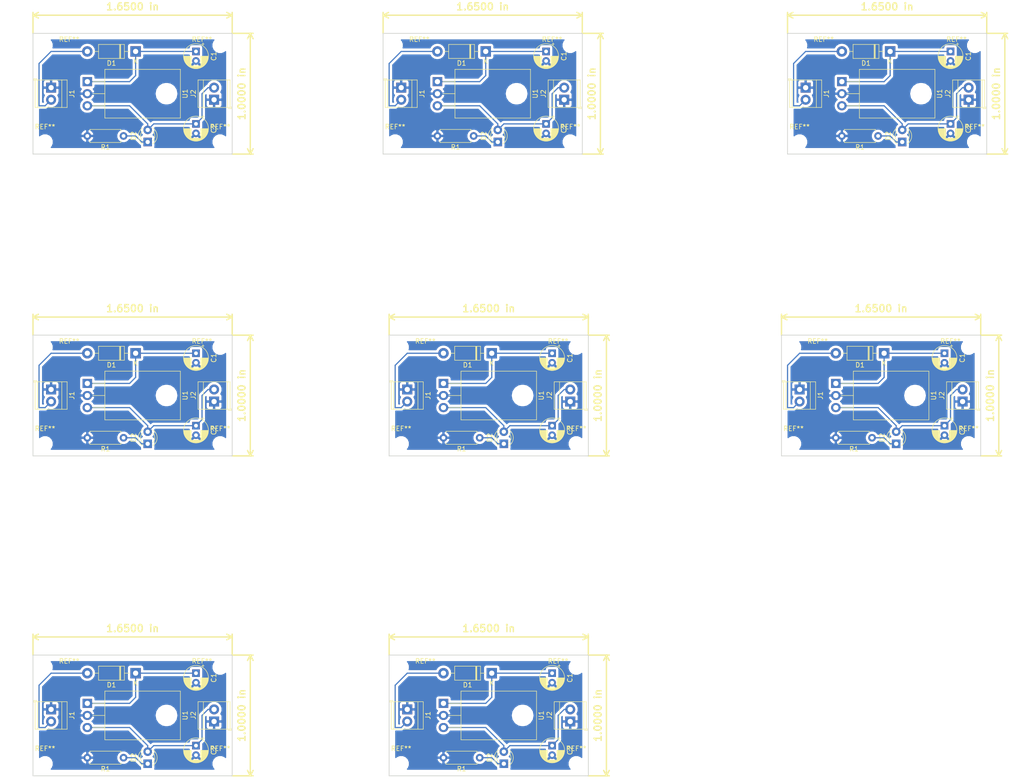
<source format=kicad_pcb>
(kicad_pcb (version 20171130) (host pcbnew 5.0.2+dfsg1-1)
  (layers (0 F.Cu signal) (31 B.Cu signal) (34 B.Paste user) (35 F.Paste user) (36 B.SilkS user) (37 F.SilkS user) (38 B.Mask user) (39 F.Mask user) (44 Edge.Cuts user))
  (net 0 "")
  (net 1 "Net-(C1-Pad1)")
  (net 2 GND)
  (net 3 "Net-(D2-Pad1)")
  (net 4 +5V)
  (net 5 +12V)
  (module Diode_THT:D_DO-41_SOD81_P10.16mm_Horizontal (layer F.Cu) (at 121.92 160.02 180)
    (fp_text reference D1 (at 5.08 -2.47 180) (layer F.SilkS))
    (fp_text value 1N4007)
    (fp_text user K (at 0 -2.1 180) (layer F.SilkS))
    (pad 2 thru_hole oval (at 10.16 0 180) (size 2.2 2.2) (drill 1.1) (layers *.Cu *.Mask))
    (pad 1 thru_hole rect (at 0 0 180) (size 2.2 2.2) (drill 1.1) (layers *.Cu *.Mask))
  )
  (module LED_THT:LED_D3.0mm (layer F.Cu) (at 124.46 179.07 90)
    (fp_text reference D2 (at 1.27 -2.96 90) (layer F.SilkS))
    (fp_text value LED)
    (pad 2 thru_hole circle (at 2.54 0 90) (size 1.8 1.8) (drill 0.9) (layers *.Cu *.Mask))
    (pad 1 thru_hole rect (at 0 0 90) (size 1.8 1.8) (drill 0.9) (layers *.Cu *.Mask))
  )
  (module Capacitor_THT:CP_Radial_D5.0mm_P2.00mm (layer F.Cu) (at 134.62 175.26 270)
    (fp_text reference C2 (at 1 -3.75 270) (layer F.SilkS))
    (fp_text value 10nF)
    (pad 1 thru_hole rect (at 0 0 270) (size 1.6 1.6) (drill 0.8) (layers *.Cu *.Mask))
    (pad 2 thru_hole circle (at 2 0 270) (size 1.6 1.6) (drill 0.8) (layers *.Cu *.Mask))
  )
  (module Capacitor_THT:CP_Radial_D5.0mm_P2.00mm (layer F.Cu) (at 134.62 160.02 270)
    (fp_text reference C1 (at 1 -3.75 270) (layer F.SilkS))
    (fp_text value 220uF)
    (pad 2 thru_hole circle (at 2 0 270) (size 1.6 1.6) (drill 0.8) (layers *.Cu *.Mask))
    (pad 1 thru_hole rect (at 0 0 270) (size 1.6 1.6) (drill 0.8) (layers *.Cu *.Mask))
  )
  (module TerminalBlock_TE-Connectivity:TerminalBlock_TE_282834-2_1x02_P2.54mm_Horizontal (layer F.Cu) (at 104.14 167.64 270)
    (fp_text reference J1 (at 1.27 -4.37 270) (layer F.SilkS))
    (fp_text value Screw_Terminal_01x02)
    (pad 2 thru_hole circle (at 2.54 0 270) (size 2.1 2.1) (drill 1.1) (layers *.Cu *.Mask))
    (pad 1 thru_hole rect (at 0 0 270) (size 2.1 2.1) (drill 1.1) (layers *.Cu *.Mask))
  )
  (module TerminalBlock_TE-Connectivity:TerminalBlock_TE_282834-2_1x02_P2.54mm_Horizontal (layer F.Cu) (at 138.43 170.18 90)
    (fp_text reference J2 (at 1.27 -4.37 90) (layer F.SilkS))
    (fp_text value Screw_Terminal_01x02)
    (pad 1 thru_hole rect (at 0 0 90) (size 2.1 2.1) (drill 1.1) (layers *.Cu *.Mask))
    (pad 2 thru_hole circle (at 2.54 0 90) (size 2.1 2.1) (drill 1.1) (layers *.Cu *.Mask))
  )
  (module MountingHole:MountingHole_2.2mm_M2 (layer F.Cu) (at 139.7 158.75)
    (fp_text reference REF** (at -3.81 -1.27) (layer F.SilkS))
    (fp_text value MountingHole_2.2mm_M2)
    (pad 1 np_thru_hole circle (at 0 0) (size 2.2 2.2) (drill 2.2) (layers *.Cu *.Mask))
  )
  (module MountingHole:MountingHole_2.2mm_M2 (layer F.Cu) (at 102.87 158.75)
    (fp_text reference REF** (at 5.08 -1.27) (layer F.SilkS))
    (fp_text value MountingHole_2.2mm_M2)
    (pad 1 np_thru_hole circle (at 0 0) (size 2.2 2.2) (drill 2.2) (layers *.Cu *.Mask))
  )
  (module Resistor_THT:R_Axial_DIN0207_L6.3mm_D2.5mm_P7.62mm_Horizontal (layer F.Cu) (at 119.38 177.8 180)
    (fp_text reference R1 (at 3.81 -2.37 180) (layer F.SilkS))
    (fp_text value 220)
    (pad 2 thru_hole oval (at 7.62 0 180) (size 1.6 1.6) (drill 0.8) (layers *.Cu *.Mask))
    (pad 1 thru_hole circle (at 0 0 180) (size 1.6 1.6) (drill 0.8) (layers *.Cu *.Mask))
  )
  (module MountingHole:MountingHole_2.2mm_M2 (layer F.Cu) (at 102.87 179.07)
    (fp_text reference REF** (at 0 -3.2) (layer F.SilkS))
    (fp_text value MountingHole_2.2mm_M2)
    (pad 1 np_thru_hole circle (at 0 0) (size 2.2 2.2) (drill 2.2) (layers *.Cu *.Mask))
  )
  (module Package_TO_SOT_THT:TO-220-3_Horizontal_TabDown (layer F.Cu) (at 111.76 166.37 270)
    (fp_text reference U1 (at 2.54 -20.58 270) (layer F.SilkS))
    (fp_text value LM7805_TO220)
    (pad 3 thru_hole oval (at 5.08 0 270) (size 1.905 2) (drill 1.1) (layers *.Cu *.Mask))
    (pad 2 thru_hole oval (at 2.54 0 270) (size 1.905 2) (drill 1.1) (layers *.Cu *.Mask))
    (pad 1 thru_hole rect (at 0 0 270) (size 1.905 2) (drill 1.1) (layers *.Cu *.Mask))
    (pad "" np_thru_hole oval (at 2.54 -16.66 270) (size 3.5 3.5) (drill 3.5) (layers *.Cu *.Mask))
  )
  (module MountingHole:MountingHole_2.2mm_M2 (layer F.Cu) (at 139.7 179.07)
    (fp_text reference REF** (at 0 -3.2) (layer F.SilkS))
    (fp_text value MountingHole_2.2mm_M2)
    (pad 1 np_thru_hole circle (at 0 0) (size 2.2 2.2) (drill 2.2) (layers *.Cu *.Mask))
  )
  (module Diode_THT:D_DO-41_SOD81_P10.16mm_Horizontal (layer F.Cu) (at 46.99 160.02 180)
    (fp_text reference D1 (at 5.08 -2.47 180) (layer F.SilkS))
    (fp_text value 1N4007)
    (fp_text user K (at 0 -2.1 180) (layer F.SilkS))
    (pad 2 thru_hole oval (at 10.16 0 180) (size 2.2 2.2) (drill 1.1) (layers *.Cu *.Mask))
    (pad 1 thru_hole rect (at 0 0 180) (size 2.2 2.2) (drill 1.1) (layers *.Cu *.Mask))
  )
  (module LED_THT:LED_D3.0mm (layer F.Cu) (at 49.53 179.07 90)
    (fp_text reference D2 (at 1.27 -2.96 90) (layer F.SilkS))
    (fp_text value LED)
    (pad 2 thru_hole circle (at 2.54 0 90) (size 1.8 1.8) (drill 0.9) (layers *.Cu *.Mask))
    (pad 1 thru_hole rect (at 0 0 90) (size 1.8 1.8) (drill 0.9) (layers *.Cu *.Mask))
  )
  (module Capacitor_THT:CP_Radial_D5.0mm_P2.00mm (layer F.Cu) (at 59.69 175.26 270)
    (fp_text reference C2 (at 1 -3.75 270) (layer F.SilkS))
    (fp_text value 10nF)
    (pad 1 thru_hole rect (at 0 0 270) (size 1.6 1.6) (drill 0.8) (layers *.Cu *.Mask))
    (pad 2 thru_hole circle (at 2 0 270) (size 1.6 1.6) (drill 0.8) (layers *.Cu *.Mask))
  )
  (module Capacitor_THT:CP_Radial_D5.0mm_P2.00mm (layer F.Cu) (at 59.69 160.02 270)
    (fp_text reference C1 (at 1 -3.75 270) (layer F.SilkS))
    (fp_text value 220uF)
    (pad 2 thru_hole circle (at 2 0 270) (size 1.6 1.6) (drill 0.8) (layers *.Cu *.Mask))
    (pad 1 thru_hole rect (at 0 0 270) (size 1.6 1.6) (drill 0.8) (layers *.Cu *.Mask))
  )
  (module TerminalBlock_TE-Connectivity:TerminalBlock_TE_282834-2_1x02_P2.54mm_Horizontal (layer F.Cu) (at 29.21 167.64 270)
    (fp_text reference J1 (at 1.27 -4.37 270) (layer F.SilkS))
    (fp_text value Screw_Terminal_01x02)
    (pad 2 thru_hole circle (at 2.54 0 270) (size 2.1 2.1) (drill 1.1) (layers *.Cu *.Mask))
    (pad 1 thru_hole rect (at 0 0 270) (size 2.1 2.1) (drill 1.1) (layers *.Cu *.Mask))
  )
  (module TerminalBlock_TE-Connectivity:TerminalBlock_TE_282834-2_1x02_P2.54mm_Horizontal (layer F.Cu) (at 63.5 170.18 90)
    (fp_text reference J2 (at 1.27 -4.37 90) (layer F.SilkS))
    (fp_text value Screw_Terminal_01x02)
    (pad 1 thru_hole rect (at 0 0 90) (size 2.1 2.1) (drill 1.1) (layers *.Cu *.Mask))
    (pad 2 thru_hole circle (at 2.54 0 90) (size 2.1 2.1) (drill 1.1) (layers *.Cu *.Mask))
  )
  (module MountingHole:MountingHole_2.2mm_M2 (layer F.Cu) (at 64.77 158.75)
    (fp_text reference REF** (at -3.81 -1.27) (layer F.SilkS))
    (fp_text value MountingHole_2.2mm_M2)
    (pad 1 np_thru_hole circle (at 0 0) (size 2.2 2.2) (drill 2.2) (layers *.Cu *.Mask))
  )
  (module MountingHole:MountingHole_2.2mm_M2 (layer F.Cu) (at 27.94 158.75)
    (fp_text reference REF** (at 5.08 -1.27) (layer F.SilkS))
    (fp_text value MountingHole_2.2mm_M2)
    (pad 1 np_thru_hole circle (at 0 0) (size 2.2 2.2) (drill 2.2) (layers *.Cu *.Mask))
  )
  (module Resistor_THT:R_Axial_DIN0207_L6.3mm_D2.5mm_P7.62mm_Horizontal (layer F.Cu) (at 44.45 177.8 180)
    (fp_text reference R1 (at 3.81 -2.37 180) (layer F.SilkS))
    (fp_text value 220)
    (pad 2 thru_hole oval (at 7.62 0 180) (size 1.6 1.6) (drill 0.8) (layers *.Cu *.Mask))
    (pad 1 thru_hole circle (at 0 0 180) (size 1.6 1.6) (drill 0.8) (layers *.Cu *.Mask))
  )
  (module MountingHole:MountingHole_2.2mm_M2 (layer F.Cu) (at 27.94 179.07)
    (fp_text reference REF** (at 0 -3.2) (layer F.SilkS))
    (fp_text value MountingHole_2.2mm_M2)
    (pad 1 np_thru_hole circle (at 0 0) (size 2.2 2.2) (drill 2.2) (layers *.Cu *.Mask))
  )
  (module Package_TO_SOT_THT:TO-220-3_Horizontal_TabDown (layer F.Cu) (at 36.83 166.37 270)
    (fp_text reference U1 (at 2.54 -20.58 270) (layer F.SilkS))
    (fp_text value LM7805_TO220)
    (pad 3 thru_hole oval (at 5.08 0 270) (size 1.905 2) (drill 1.1) (layers *.Cu *.Mask))
    (pad 2 thru_hole oval (at 2.54 0 270) (size 1.905 2) (drill 1.1) (layers *.Cu *.Mask))
    (pad 1 thru_hole rect (at 0 0 270) (size 1.905 2) (drill 1.1) (layers *.Cu *.Mask))
    (pad "" np_thru_hole oval (at 2.54 -16.66 270) (size 3.5 3.5) (drill 3.5) (layers *.Cu *.Mask))
  )
  (module MountingHole:MountingHole_2.2mm_M2 (layer F.Cu) (at 64.77 179.07)
    (fp_text reference REF** (at 0 -3.2) (layer F.SilkS))
    (fp_text value MountingHole_2.2mm_M2)
    (pad 1 np_thru_hole circle (at 0 0) (size 2.2 2.2) (drill 2.2) (layers *.Cu *.Mask))
  )
  (module Diode_THT:D_DO-41_SOD81_P10.16mm_Horizontal (layer F.Cu) (at 204.47 92.71 180)
    (fp_text reference D1 (at 5.08 -2.47 180) (layer F.SilkS))
    (fp_text value 1N4007)
    (fp_text user K (at 0 -2.1 180) (layer F.SilkS))
    (pad 2 thru_hole oval (at 10.16 0 180) (size 2.2 2.2) (drill 1.1) (layers *.Cu *.Mask))
    (pad 1 thru_hole rect (at 0 0 180) (size 2.2 2.2) (drill 1.1) (layers *.Cu *.Mask))
  )
  (module LED_THT:LED_D3.0mm (layer F.Cu) (at 207.01 111.76 90)
    (fp_text reference D2 (at 1.27 -2.96 90) (layer F.SilkS))
    (fp_text value LED)
    (pad 2 thru_hole circle (at 2.54 0 90) (size 1.8 1.8) (drill 0.9) (layers *.Cu *.Mask))
    (pad 1 thru_hole rect (at 0 0 90) (size 1.8 1.8) (drill 0.9) (layers *.Cu *.Mask))
  )
  (module Capacitor_THT:CP_Radial_D5.0mm_P2.00mm (layer F.Cu) (at 217.17 107.95 270)
    (fp_text reference C2 (at 1 -3.75 270) (layer F.SilkS))
    (fp_text value 10nF)
    (pad 1 thru_hole rect (at 0 0 270) (size 1.6 1.6) (drill 0.8) (layers *.Cu *.Mask))
    (pad 2 thru_hole circle (at 2 0 270) (size 1.6 1.6) (drill 0.8) (layers *.Cu *.Mask))
  )
  (module Capacitor_THT:CP_Radial_D5.0mm_P2.00mm (layer F.Cu) (at 217.17 92.71 270)
    (fp_text reference C1 (at 1 -3.75 270) (layer F.SilkS))
    (fp_text value 220uF)
    (pad 2 thru_hole circle (at 2 0 270) (size 1.6 1.6) (drill 0.8) (layers *.Cu *.Mask))
    (pad 1 thru_hole rect (at 0 0 270) (size 1.6 1.6) (drill 0.8) (layers *.Cu *.Mask))
  )
  (module TerminalBlock_TE-Connectivity:TerminalBlock_TE_282834-2_1x02_P2.54mm_Horizontal (layer F.Cu) (at 186.69 100.33 270)
    (fp_text reference J1 (at 1.27 -4.37 270) (layer F.SilkS))
    (fp_text value Screw_Terminal_01x02)
    (pad 2 thru_hole circle (at 2.54 0 270) (size 2.1 2.1) (drill 1.1) (layers *.Cu *.Mask))
    (pad 1 thru_hole rect (at 0 0 270) (size 2.1 2.1) (drill 1.1) (layers *.Cu *.Mask))
  )
  (module TerminalBlock_TE-Connectivity:TerminalBlock_TE_282834-2_1x02_P2.54mm_Horizontal (layer F.Cu) (at 220.98 102.87 90)
    (fp_text reference J2 (at 1.27 -4.37 90) (layer F.SilkS))
    (fp_text value Screw_Terminal_01x02)
    (pad 1 thru_hole rect (at 0 0 90) (size 2.1 2.1) (drill 1.1) (layers *.Cu *.Mask))
    (pad 2 thru_hole circle (at 2.54 0 90) (size 2.1 2.1) (drill 1.1) (layers *.Cu *.Mask))
  )
  (module MountingHole:MountingHole_2.2mm_M2 (layer F.Cu) (at 222.25 91.44)
    (fp_text reference REF** (at -3.81 -1.27) (layer F.SilkS))
    (fp_text value MountingHole_2.2mm_M2)
    (pad 1 np_thru_hole circle (at 0 0) (size 2.2 2.2) (drill 2.2) (layers *.Cu *.Mask))
  )
  (module MountingHole:MountingHole_2.2mm_M2 (layer F.Cu) (at 185.42 91.44)
    (fp_text reference REF** (at 5.08 -1.27) (layer F.SilkS))
    (fp_text value MountingHole_2.2mm_M2)
    (pad 1 np_thru_hole circle (at 0 0) (size 2.2 2.2) (drill 2.2) (layers *.Cu *.Mask))
  )
  (module Resistor_THT:R_Axial_DIN0207_L6.3mm_D2.5mm_P7.62mm_Horizontal (layer F.Cu) (at 201.93 110.49 180)
    (fp_text reference R1 (at 3.81 -2.37 180) (layer F.SilkS))
    (fp_text value 220)
    (pad 2 thru_hole oval (at 7.62 0 180) (size 1.6 1.6) (drill 0.8) (layers *.Cu *.Mask))
    (pad 1 thru_hole circle (at 0 0 180) (size 1.6 1.6) (drill 0.8) (layers *.Cu *.Mask))
  )
  (module MountingHole:MountingHole_2.2mm_M2 (layer F.Cu) (at 185.42 111.76)
    (fp_text reference REF** (at 0 -3.2) (layer F.SilkS))
    (fp_text value MountingHole_2.2mm_M2)
    (pad 1 np_thru_hole circle (at 0 0) (size 2.2 2.2) (drill 2.2) (layers *.Cu *.Mask))
  )
  (module Package_TO_SOT_THT:TO-220-3_Horizontal_TabDown (layer F.Cu) (at 194.31 99.06 270)
    (fp_text reference U1 (at 2.54 -20.58 270) (layer F.SilkS))
    (fp_text value LM7805_TO220)
    (pad 3 thru_hole oval (at 5.08 0 270) (size 1.905 2) (drill 1.1) (layers *.Cu *.Mask))
    (pad 2 thru_hole oval (at 2.54 0 270) (size 1.905 2) (drill 1.1) (layers *.Cu *.Mask))
    (pad 1 thru_hole rect (at 0 0 270) (size 1.905 2) (drill 1.1) (layers *.Cu *.Mask))
    (pad "" np_thru_hole oval (at 2.54 -16.66 270) (size 3.5 3.5) (drill 3.5) (layers *.Cu *.Mask))
  )
  (module MountingHole:MountingHole_2.2mm_M2 (layer F.Cu) (at 222.25 111.76)
    (fp_text reference REF** (at 0 -3.2) (layer F.SilkS))
    (fp_text value MountingHole_2.2mm_M2)
    (pad 1 np_thru_hole circle (at 0 0) (size 2.2 2.2) (drill 2.2) (layers *.Cu *.Mask))
  )
  (module Diode_THT:D_DO-41_SOD81_P10.16mm_Horizontal (layer F.Cu) (at 121.92 92.71 180)
    (fp_text reference D1 (at 5.08 -2.47 180) (layer F.SilkS))
    (fp_text value 1N4007)
    (fp_text user K (at 0 -2.1 180) (layer F.SilkS))
    (pad 2 thru_hole oval (at 10.16 0 180) (size 2.2 2.2) (drill 1.1) (layers *.Cu *.Mask))
    (pad 1 thru_hole rect (at 0 0 180) (size 2.2 2.2) (drill 1.1) (layers *.Cu *.Mask))
  )
  (module LED_THT:LED_D3.0mm (layer F.Cu) (at 124.46 111.76 90)
    (fp_text reference D2 (at 1.27 -2.96 90) (layer F.SilkS))
    (fp_text value LED)
    (pad 2 thru_hole circle (at 2.54 0 90) (size 1.8 1.8) (drill 0.9) (layers *.Cu *.Mask))
    (pad 1 thru_hole rect (at 0 0 90) (size 1.8 1.8) (drill 0.9) (layers *.Cu *.Mask))
  )
  (module Capacitor_THT:CP_Radial_D5.0mm_P2.00mm (layer F.Cu) (at 134.62 107.95 270)
    (fp_text reference C2 (at 1 -3.75 270) (layer F.SilkS))
    (fp_text value 10nF)
    (pad 1 thru_hole rect (at 0 0 270) (size 1.6 1.6) (drill 0.8) (layers *.Cu *.Mask))
    (pad 2 thru_hole circle (at 2 0 270) (size 1.6 1.6) (drill 0.8) (layers *.Cu *.Mask))
  )
  (module Capacitor_THT:CP_Radial_D5.0mm_P2.00mm (layer F.Cu) (at 134.62 92.71 270)
    (fp_text reference C1 (at 1 -3.75 270) (layer F.SilkS))
    (fp_text value 220uF)
    (pad 2 thru_hole circle (at 2 0 270) (size 1.6 1.6) (drill 0.8) (layers *.Cu *.Mask))
    (pad 1 thru_hole rect (at 0 0 270) (size 1.6 1.6) (drill 0.8) (layers *.Cu *.Mask))
  )
  (module TerminalBlock_TE-Connectivity:TerminalBlock_TE_282834-2_1x02_P2.54mm_Horizontal (layer F.Cu) (at 104.14 100.33 270)
    (fp_text reference J1 (at 1.27 -4.37 270) (layer F.SilkS))
    (fp_text value Screw_Terminal_01x02)
    (pad 2 thru_hole circle (at 2.54 0 270) (size 2.1 2.1) (drill 1.1) (layers *.Cu *.Mask))
    (pad 1 thru_hole rect (at 0 0 270) (size 2.1 2.1) (drill 1.1) (layers *.Cu *.Mask))
  )
  (module TerminalBlock_TE-Connectivity:TerminalBlock_TE_282834-2_1x02_P2.54mm_Horizontal (layer F.Cu) (at 138.43 102.87 90)
    (fp_text reference J2 (at 1.27 -4.37 90) (layer F.SilkS))
    (fp_text value Screw_Terminal_01x02)
    (pad 1 thru_hole rect (at 0 0 90) (size 2.1 2.1) (drill 1.1) (layers *.Cu *.Mask))
    (pad 2 thru_hole circle (at 2.54 0 90) (size 2.1 2.1) (drill 1.1) (layers *.Cu *.Mask))
  )
  (module MountingHole:MountingHole_2.2mm_M2 (layer F.Cu) (at 139.7 91.44)
    (fp_text reference REF** (at -3.81 -1.27) (layer F.SilkS))
    (fp_text value MountingHole_2.2mm_M2)
    (pad 1 np_thru_hole circle (at 0 0) (size 2.2 2.2) (drill 2.2) (layers *.Cu *.Mask))
  )
  (module MountingHole:MountingHole_2.2mm_M2 (layer F.Cu) (at 102.87 91.44)
    (fp_text reference REF** (at 5.08 -1.27) (layer F.SilkS))
    (fp_text value MountingHole_2.2mm_M2)
    (pad 1 np_thru_hole circle (at 0 0) (size 2.2 2.2) (drill 2.2) (layers *.Cu *.Mask))
  )
  (module Resistor_THT:R_Axial_DIN0207_L6.3mm_D2.5mm_P7.62mm_Horizontal (layer F.Cu) (at 119.38 110.49 180)
    (fp_text reference R1 (at 3.81 -2.37 180) (layer F.SilkS))
    (fp_text value 220)
    (pad 2 thru_hole oval (at 7.62 0 180) (size 1.6 1.6) (drill 0.8) (layers *.Cu *.Mask))
    (pad 1 thru_hole circle (at 0 0 180) (size 1.6 1.6) (drill 0.8) (layers *.Cu *.Mask))
  )
  (module MountingHole:MountingHole_2.2mm_M2 (layer F.Cu) (at 102.87 111.76)
    (fp_text reference REF** (at 0 -3.2) (layer F.SilkS))
    (fp_text value MountingHole_2.2mm_M2)
    (pad 1 np_thru_hole circle (at 0 0) (size 2.2 2.2) (drill 2.2) (layers *.Cu *.Mask))
  )
  (module Package_TO_SOT_THT:TO-220-3_Horizontal_TabDown (layer F.Cu) (at 111.76 99.06 270)
    (fp_text reference U1 (at 2.54 -20.58 270) (layer F.SilkS))
    (fp_text value LM7805_TO220)
    (pad 3 thru_hole oval (at 5.08 0 270) (size 1.905 2) (drill 1.1) (layers *.Cu *.Mask))
    (pad 2 thru_hole oval (at 2.54 0 270) (size 1.905 2) (drill 1.1) (layers *.Cu *.Mask))
    (pad 1 thru_hole rect (at 0 0 270) (size 1.905 2) (drill 1.1) (layers *.Cu *.Mask))
    (pad "" np_thru_hole oval (at 2.54 -16.66 270) (size 3.5 3.5) (drill 3.5) (layers *.Cu *.Mask))
  )
  (module MountingHole:MountingHole_2.2mm_M2 (layer F.Cu) (at 139.7 111.76)
    (fp_text reference REF** (at 0 -3.2) (layer F.SilkS))
    (fp_text value MountingHole_2.2mm_M2)
    (pad 1 np_thru_hole circle (at 0 0) (size 2.2 2.2) (drill 2.2) (layers *.Cu *.Mask))
  )
  (module Diode_THT:D_DO-41_SOD81_P10.16mm_Horizontal (layer F.Cu) (at 46.99 92.71 180)
    (fp_text reference D1 (at 5.08 -2.47 180) (layer F.SilkS))
    (fp_text value 1N4007)
    (fp_text user K (at 0 -2.1 180) (layer F.SilkS))
    (pad 2 thru_hole oval (at 10.16 0 180) (size 2.2 2.2) (drill 1.1) (layers *.Cu *.Mask))
    (pad 1 thru_hole rect (at 0 0 180) (size 2.2 2.2) (drill 1.1) (layers *.Cu *.Mask))
  )
  (module LED_THT:LED_D3.0mm (layer F.Cu) (at 49.53 111.76 90)
    (fp_text reference D2 (at 1.27 -2.96 90) (layer F.SilkS))
    (fp_text value LED)
    (pad 2 thru_hole circle (at 2.54 0 90) (size 1.8 1.8) (drill 0.9) (layers *.Cu *.Mask))
    (pad 1 thru_hole rect (at 0 0 90) (size 1.8 1.8) (drill 0.9) (layers *.Cu *.Mask))
  )
  (module Capacitor_THT:CP_Radial_D5.0mm_P2.00mm (layer F.Cu) (at 59.69 107.95 270)
    (fp_text reference C2 (at 1 -3.75 270) (layer F.SilkS))
    (fp_text value 10nF)
    (pad 1 thru_hole rect (at 0 0 270) (size 1.6 1.6) (drill 0.8) (layers *.Cu *.Mask))
    (pad 2 thru_hole circle (at 2 0 270) (size 1.6 1.6) (drill 0.8) (layers *.Cu *.Mask))
  )
  (module Capacitor_THT:CP_Radial_D5.0mm_P2.00mm (layer F.Cu) (at 59.69 92.71 270)
    (fp_text reference C1 (at 1 -3.75 270) (layer F.SilkS))
    (fp_text value 220uF)
    (pad 2 thru_hole circle (at 2 0 270) (size 1.6 1.6) (drill 0.8) (layers *.Cu *.Mask))
    (pad 1 thru_hole rect (at 0 0 270) (size 1.6 1.6) (drill 0.8) (layers *.Cu *.Mask))
  )
  (module TerminalBlock_TE-Connectivity:TerminalBlock_TE_282834-2_1x02_P2.54mm_Horizontal (layer F.Cu) (at 29.21 100.33 270)
    (fp_text reference J1 (at 1.27 -4.37 270) (layer F.SilkS))
    (fp_text value Screw_Terminal_01x02)
    (pad 2 thru_hole circle (at 2.54 0 270) (size 2.1 2.1) (drill 1.1) (layers *.Cu *.Mask))
    (pad 1 thru_hole rect (at 0 0 270) (size 2.1 2.1) (drill 1.1) (layers *.Cu *.Mask))
  )
  (module TerminalBlock_TE-Connectivity:TerminalBlock_TE_282834-2_1x02_P2.54mm_Horizontal (layer F.Cu) (at 63.5 102.87 90)
    (fp_text reference J2 (at 1.27 -4.37 90) (layer F.SilkS))
    (fp_text value Screw_Terminal_01x02)
    (pad 1 thru_hole rect (at 0 0 90) (size 2.1 2.1) (drill 1.1) (layers *.Cu *.Mask))
    (pad 2 thru_hole circle (at 2.54 0 90) (size 2.1 2.1) (drill 1.1) (layers *.Cu *.Mask))
  )
  (module MountingHole:MountingHole_2.2mm_M2 (layer F.Cu) (at 64.77 91.44)
    (fp_text reference REF** (at -3.81 -1.27) (layer F.SilkS))
    (fp_text value MountingHole_2.2mm_M2)
    (pad 1 np_thru_hole circle (at 0 0) (size 2.2 2.2) (drill 2.2) (layers *.Cu *.Mask))
  )
  (module MountingHole:MountingHole_2.2mm_M2 (layer F.Cu) (at 27.94 91.44)
    (fp_text reference REF** (at 5.08 -1.27) (layer F.SilkS))
    (fp_text value MountingHole_2.2mm_M2)
    (pad 1 np_thru_hole circle (at 0 0) (size 2.2 2.2) (drill 2.2) (layers *.Cu *.Mask))
  )
  (module Resistor_THT:R_Axial_DIN0207_L6.3mm_D2.5mm_P7.62mm_Horizontal (layer F.Cu) (at 44.45 110.49 180)
    (fp_text reference R1 (at 3.81 -2.37 180) (layer F.SilkS))
    (fp_text value 220)
    (pad 2 thru_hole oval (at 7.62 0 180) (size 1.6 1.6) (drill 0.8) (layers *.Cu *.Mask))
    (pad 1 thru_hole circle (at 0 0 180) (size 1.6 1.6) (drill 0.8) (layers *.Cu *.Mask))
  )
  (module MountingHole:MountingHole_2.2mm_M2 (layer F.Cu) (at 27.94 111.76)
    (fp_text reference REF** (at 0 -3.2) (layer F.SilkS))
    (fp_text value MountingHole_2.2mm_M2)
    (pad 1 np_thru_hole circle (at 0 0) (size 2.2 2.2) (drill 2.2) (layers *.Cu *.Mask))
  )
  (module Package_TO_SOT_THT:TO-220-3_Horizontal_TabDown (layer F.Cu) (at 36.83 99.06 270)
    (fp_text reference U1 (at 2.54 -20.58 270) (layer F.SilkS))
    (fp_text value LM7805_TO220)
    (pad 3 thru_hole oval (at 5.08 0 270) (size 1.905 2) (drill 1.1) (layers *.Cu *.Mask))
    (pad 2 thru_hole oval (at 2.54 0 270) (size 1.905 2) (drill 1.1) (layers *.Cu *.Mask))
    (pad 1 thru_hole rect (at 0 0 270) (size 1.905 2) (drill 1.1) (layers *.Cu *.Mask))
    (pad "" np_thru_hole oval (at 2.54 -16.66 270) (size 3.5 3.5) (drill 3.5) (layers *.Cu *.Mask))
  )
  (module MountingHole:MountingHole_2.2mm_M2 (layer F.Cu) (at 64.77 111.76)
    (fp_text reference REF** (at 0 -3.2) (layer F.SilkS))
    (fp_text value MountingHole_2.2mm_M2)
    (pad 1 np_thru_hole circle (at 0 0) (size 2.2 2.2) (drill 2.2) (layers *.Cu *.Mask))
  )
  (module Diode_THT:D_DO-41_SOD81_P10.16mm_Horizontal (layer F.Cu) (at 205.74 29.21 180)
    (fp_text reference D1 (at 5.08 -2.47 180) (layer F.SilkS))
    (fp_text value 1N4007)
    (fp_text user K (at 0 -2.1 180) (layer F.SilkS))
    (pad 2 thru_hole oval (at 10.16 0 180) (size 2.2 2.2) (drill 1.1) (layers *.Cu *.Mask))
    (pad 1 thru_hole rect (at 0 0 180) (size 2.2 2.2) (drill 1.1) (layers *.Cu *.Mask))
  )
  (module LED_THT:LED_D3.0mm (layer F.Cu) (at 208.28 48.26 90)
    (fp_text reference D2 (at 1.27 -2.96 90) (layer F.SilkS))
    (fp_text value LED)
    (pad 2 thru_hole circle (at 2.54 0 90) (size 1.8 1.8) (drill 0.9) (layers *.Cu *.Mask))
    (pad 1 thru_hole rect (at 0 0 90) (size 1.8 1.8) (drill 0.9) (layers *.Cu *.Mask))
  )
  (module Capacitor_THT:CP_Radial_D5.0mm_P2.00mm (layer F.Cu) (at 218.44 44.45 270)
    (fp_text reference C2 (at 1 -3.75 270) (layer F.SilkS))
    (fp_text value 10nF)
    (pad 1 thru_hole rect (at 0 0 270) (size 1.6 1.6) (drill 0.8) (layers *.Cu *.Mask))
    (pad 2 thru_hole circle (at 2 0 270) (size 1.6 1.6) (drill 0.8) (layers *.Cu *.Mask))
  )
  (module Capacitor_THT:CP_Radial_D5.0mm_P2.00mm (layer F.Cu) (at 218.44 29.21 270)
    (fp_text reference C1 (at 1 -3.75 270) (layer F.SilkS))
    (fp_text value 220uF)
    (pad 2 thru_hole circle (at 2 0 270) (size 1.6 1.6) (drill 0.8) (layers *.Cu *.Mask))
    (pad 1 thru_hole rect (at 0 0 270) (size 1.6 1.6) (drill 0.8) (layers *.Cu *.Mask))
  )
  (module TerminalBlock_TE-Connectivity:TerminalBlock_TE_282834-2_1x02_P2.54mm_Horizontal (layer F.Cu) (at 187.96 36.83 270)
    (fp_text reference J1 (at 1.27 -4.37 270) (layer F.SilkS))
    (fp_text value Screw_Terminal_01x02)
    (pad 2 thru_hole circle (at 2.54 0 270) (size 2.1 2.1) (drill 1.1) (layers *.Cu *.Mask))
    (pad 1 thru_hole rect (at 0 0 270) (size 2.1 2.1) (drill 1.1) (layers *.Cu *.Mask))
  )
  (module TerminalBlock_TE-Connectivity:TerminalBlock_TE_282834-2_1x02_P2.54mm_Horizontal (layer F.Cu) (at 222.25 39.37 90)
    (fp_text reference J2 (at 1.27 -4.37 90) (layer F.SilkS))
    (fp_text value Screw_Terminal_01x02)
    (pad 1 thru_hole rect (at 0 0 90) (size 2.1 2.1) (drill 1.1) (layers *.Cu *.Mask))
    (pad 2 thru_hole circle (at 2.54 0 90) (size 2.1 2.1) (drill 1.1) (layers *.Cu *.Mask))
  )
  (module MountingHole:MountingHole_2.2mm_M2 (layer F.Cu) (at 223.52 27.94)
    (fp_text reference REF** (at -3.81 -1.27) (layer F.SilkS))
    (fp_text value MountingHole_2.2mm_M2)
    (pad 1 np_thru_hole circle (at 0 0) (size 2.2 2.2) (drill 2.2) (layers *.Cu *.Mask))
  )
  (module MountingHole:MountingHole_2.2mm_M2 (layer F.Cu) (at 186.69 27.94)
    (fp_text reference REF** (at 5.08 -1.27) (layer F.SilkS))
    (fp_text value MountingHole_2.2mm_M2)
    (pad 1 np_thru_hole circle (at 0 0) (size 2.2 2.2) (drill 2.2) (layers *.Cu *.Mask))
  )
  (module Resistor_THT:R_Axial_DIN0207_L6.3mm_D2.5mm_P7.62mm_Horizontal (layer F.Cu) (at 203.2 46.99 180)
    (fp_text reference R1 (at 3.81 -2.37 180) (layer F.SilkS))
    (fp_text value 220)
    (pad 2 thru_hole oval (at 7.62 0 180) (size 1.6 1.6) (drill 0.8) (layers *.Cu *.Mask))
    (pad 1 thru_hole circle (at 0 0 180) (size 1.6 1.6) (drill 0.8) (layers *.Cu *.Mask))
  )
  (module MountingHole:MountingHole_2.2mm_M2 (layer F.Cu) (at 186.69 48.26)
    (fp_text reference REF** (at 0 -3.2) (layer F.SilkS))
    (fp_text value MountingHole_2.2mm_M2)
    (pad 1 np_thru_hole circle (at 0 0) (size 2.2 2.2) (drill 2.2) (layers *.Cu *.Mask))
  )
  (module Package_TO_SOT_THT:TO-220-3_Horizontal_TabDown (layer F.Cu) (at 195.58 35.56 270)
    (fp_text reference U1 (at 2.54 -20.58 270) (layer F.SilkS))
    (fp_text value LM7805_TO220)
    (pad 3 thru_hole oval (at 5.08 0 270) (size 1.905 2) (drill 1.1) (layers *.Cu *.Mask))
    (pad 2 thru_hole oval (at 2.54 0 270) (size 1.905 2) (drill 1.1) (layers *.Cu *.Mask))
    (pad 1 thru_hole rect (at 0 0 270) (size 1.905 2) (drill 1.1) (layers *.Cu *.Mask))
    (pad "" np_thru_hole oval (at 2.54 -16.66 270) (size 3.5 3.5) (drill 3.5) (layers *.Cu *.Mask))
  )
  (module MountingHole:MountingHole_2.2mm_M2 (layer F.Cu) (at 223.52 48.26)
    (fp_text reference REF** (at 0 -3.2) (layer F.SilkS))
    (fp_text value MountingHole_2.2mm_M2)
    (pad 1 np_thru_hole circle (at 0 0) (size 2.2 2.2) (drill 2.2) (layers *.Cu *.Mask))
  )
  (module Diode_THT:D_DO-41_SOD81_P10.16mm_Horizontal (layer F.Cu) (at 120.65 29.21 180)
    (fp_text reference D1 (at 5.08 -2.47 180) (layer F.SilkS))
    (fp_text value 1N4007)
    (fp_text user K (at 0 -2.1 180) (layer F.SilkS))
    (pad 2 thru_hole oval (at 10.16 0 180) (size 2.2 2.2) (drill 1.1) (layers *.Cu *.Mask))
    (pad 1 thru_hole rect (at 0 0 180) (size 2.2 2.2) (drill 1.1) (layers *.Cu *.Mask))
  )
  (module LED_THT:LED_D3.0mm (layer F.Cu) (at 123.19 48.26 90)
    (fp_text reference D2 (at 1.27 -2.96 90) (layer F.SilkS))
    (fp_text value LED)
    (pad 2 thru_hole circle (at 2.54 0 90) (size 1.8 1.8) (drill 0.9) (layers *.Cu *.Mask))
    (pad 1 thru_hole rect (at 0 0 90) (size 1.8 1.8) (drill 0.9) (layers *.Cu *.Mask))
  )
  (module Capacitor_THT:CP_Radial_D5.0mm_P2.00mm (layer F.Cu) (at 133.35 44.45 270)
    (fp_text reference C2 (at 1 -3.75 270) (layer F.SilkS))
    (fp_text value 10nF)
    (pad 1 thru_hole rect (at 0 0 270) (size 1.6 1.6) (drill 0.8) (layers *.Cu *.Mask))
    (pad 2 thru_hole circle (at 2 0 270) (size 1.6 1.6) (drill 0.8) (layers *.Cu *.Mask))
  )
  (module Capacitor_THT:CP_Radial_D5.0mm_P2.00mm (layer F.Cu) (at 133.35 29.21 270)
    (fp_text reference C1 (at 1 -3.75 270) (layer F.SilkS))
    (fp_text value 220uF)
    (pad 2 thru_hole circle (at 2 0 270) (size 1.6 1.6) (drill 0.8) (layers *.Cu *.Mask))
    (pad 1 thru_hole rect (at 0 0 270) (size 1.6 1.6) (drill 0.8) (layers *.Cu *.Mask))
  )
  (module TerminalBlock_TE-Connectivity:TerminalBlock_TE_282834-2_1x02_P2.54mm_Horizontal (layer F.Cu) (at 102.87 36.83 270)
    (fp_text reference J1 (at 1.27 -4.37 270) (layer F.SilkS))
    (fp_text value Screw_Terminal_01x02)
    (pad 2 thru_hole circle (at 2.54 0 270) (size 2.1 2.1) (drill 1.1) (layers *.Cu *.Mask))
    (pad 1 thru_hole rect (at 0 0 270) (size 2.1 2.1) (drill 1.1) (layers *.Cu *.Mask))
  )
  (module TerminalBlock_TE-Connectivity:TerminalBlock_TE_282834-2_1x02_P2.54mm_Horizontal (layer F.Cu) (at 137.16 39.37 90)
    (fp_text reference J2 (at 1.27 -4.37 90) (layer F.SilkS))
    (fp_text value Screw_Terminal_01x02)
    (pad 1 thru_hole rect (at 0 0 90) (size 2.1 2.1) (drill 1.1) (layers *.Cu *.Mask))
    (pad 2 thru_hole circle (at 2.54 0 90) (size 2.1 2.1) (drill 1.1) (layers *.Cu *.Mask))
  )
  (module MountingHole:MountingHole_2.2mm_M2 (layer F.Cu) (at 138.43 27.94)
    (fp_text reference REF** (at -3.81 -1.27) (layer F.SilkS))
    (fp_text value MountingHole_2.2mm_M2)
    (pad 1 np_thru_hole circle (at 0 0) (size 2.2 2.2) (drill 2.2) (layers *.Cu *.Mask))
  )
  (module MountingHole:MountingHole_2.2mm_M2 (layer F.Cu) (at 101.6 27.94)
    (fp_text reference REF** (at 5.08 -1.27) (layer F.SilkS))
    (fp_text value MountingHole_2.2mm_M2)
    (pad 1 np_thru_hole circle (at 0 0) (size 2.2 2.2) (drill 2.2) (layers *.Cu *.Mask))
  )
  (module Resistor_THT:R_Axial_DIN0207_L6.3mm_D2.5mm_P7.62mm_Horizontal (layer F.Cu) (at 118.11 46.99 180)
    (fp_text reference R1 (at 3.81 -2.37 180) (layer F.SilkS))
    (fp_text value 220)
    (pad 2 thru_hole oval (at 7.62 0 180) (size 1.6 1.6) (drill 0.8) (layers *.Cu *.Mask))
    (pad 1 thru_hole circle (at 0 0 180) (size 1.6 1.6) (drill 0.8) (layers *.Cu *.Mask))
  )
  (module MountingHole:MountingHole_2.2mm_M2 (layer F.Cu) (at 101.6 48.26)
    (fp_text reference REF** (at 0 -3.2) (layer F.SilkS))
    (fp_text value MountingHole_2.2mm_M2)
    (pad 1 np_thru_hole circle (at 0 0) (size 2.2 2.2) (drill 2.2) (layers *.Cu *.Mask))
  )
  (module Package_TO_SOT_THT:TO-220-3_Horizontal_TabDown (layer F.Cu) (at 110.49 35.56 270)
    (fp_text reference U1 (at 2.54 -20.58 270) (layer F.SilkS))
    (fp_text value LM7805_TO220)
    (pad 3 thru_hole oval (at 5.08 0 270) (size 1.905 2) (drill 1.1) (layers *.Cu *.Mask))
    (pad 2 thru_hole oval (at 2.54 0 270) (size 1.905 2) (drill 1.1) (layers *.Cu *.Mask))
    (pad 1 thru_hole rect (at 0 0 270) (size 1.905 2) (drill 1.1) (layers *.Cu *.Mask))
    (pad "" np_thru_hole oval (at 2.54 -16.66 270) (size 3.5 3.5) (drill 3.5) (layers *.Cu *.Mask))
  )
  (module MountingHole:MountingHole_2.2mm_M2 (layer F.Cu) (at 138.43 48.26)
    (fp_text reference REF** (at 0 -3.2) (layer F.SilkS))
    (fp_text value MountingHole_2.2mm_M2)
    (pad 1 np_thru_hole circle (at 0 0) (size 2.2 2.2) (drill 2.2) (layers *.Cu *.Mask))
  )
  (module Package_TO_SOT_THT:TO-220-3_Horizontal_TabDown (layer F.Cu) (at 36.83 35.56 270)
    (fp_text reference U1 (at 2.54 -20.58 270) (layer F.SilkS))
    (fp_text value LM7805_TO220)
    (pad "" np_thru_hole oval (at 2.54 -16.66 270) (size 3.5 3.5) (drill 3.5) (layers *.Cu *.Mask))
    (pad 1 thru_hole rect (at 0 0 270) (size 1.905 2) (drill 1.1) (layers *.Cu *.Mask) (net 1 "Net-(C1-Pad1)"))
    (pad 2 thru_hole oval (at 2.54 0 270) (size 1.905 2) (drill 1.1) (layers *.Cu *.Mask) (net 2 GND))
    (pad 3 thru_hole oval (at 5.08 0 270) (size 1.905 2) (drill 1.1) (layers *.Cu *.Mask) (net 4 +5V))
  )
  (module Capacitor_THT:CP_Radial_D5.0mm_P2.00mm (layer F.Cu) (at 59.69 29.21 270)
    (fp_text reference C1 (at 1 -3.75 270) (layer F.SilkS))
    (fp_text value 220uF)
    (pad 1 thru_hole rect (at 0 0 270) (size 1.6 1.6) (drill 0.8) (layers *.Cu *.Mask) (net 1 "Net-(C1-Pad1)"))
    (pad 2 thru_hole circle (at 2 0 270) (size 1.6 1.6) (drill 0.8) (layers *.Cu *.Mask) (net 2 GND))
  )
  (module Capacitor_THT:CP_Radial_D5.0mm_P2.00mm (layer F.Cu) (at 59.69 44.45 270)
    (fp_text reference C2 (at 1 -3.75 270) (layer F.SilkS))
    (fp_text value 10nF)
    (pad 2 thru_hole circle (at 2 0 270) (size 1.6 1.6) (drill 0.8) (layers *.Cu *.Mask) (net 2 GND))
    (pad 1 thru_hole rect (at 0 0 270) (size 1.6 1.6) (drill 0.8) (layers *.Cu *.Mask) (net 4 +5V))
  )
  (module Diode_THT:D_DO-41_SOD81_P10.16mm_Horizontal (layer F.Cu) (at 46.99 29.21 180)
    (fp_text reference D1 (at 5.08 -2.47 180) (layer F.SilkS))
    (fp_text value 1N4007)
    (fp_text user K (at 0 -2.1 180) (layer F.SilkS))
    (pad 1 thru_hole rect (at 0 0 180) (size 2.2 2.2) (drill 1.1) (layers *.Cu *.Mask) (net 1 "Net-(C1-Pad1)"))
    (pad 2 thru_hole oval (at 10.16 0 180) (size 2.2 2.2) (drill 1.1) (layers *.Cu *.Mask) (net 5 +12V))
  )
  (module LED_THT:LED_D3.0mm (layer F.Cu) (at 49.53 48.26 90)
    (fp_text reference D2 (at 1.27 -2.96 90) (layer F.SilkS))
    (fp_text value LED)
    (pad 1 thru_hole rect (at 0 0 90) (size 1.8 1.8) (drill 0.9) (layers *.Cu *.Mask) (net 3 "Net-(D2-Pad1)"))
    (pad 2 thru_hole circle (at 2.54 0 90) (size 1.8 1.8) (drill 0.9) (layers *.Cu *.Mask) (net 4 +5V))
  )
  (module TerminalBlock_TE-Connectivity:TerminalBlock_TE_282834-2_1x02_P2.54mm_Horizontal (layer F.Cu) (at 29.21 36.83 270)
    (fp_text reference J1 (at 1.27 -4.37 270) (layer F.SilkS))
    (fp_text value Screw_Terminal_01x02)
    (pad 1 thru_hole rect (at 0 0 270) (size 2.1 2.1) (drill 1.1) (layers *.Cu *.Mask) (net 2 GND))
    (pad 2 thru_hole circle (at 2.54 0 270) (size 2.1 2.1) (drill 1.1) (layers *.Cu *.Mask) (net 5 +12V))
  )
  (module TerminalBlock_TE-Connectivity:TerminalBlock_TE_282834-2_1x02_P2.54mm_Horizontal (layer F.Cu) (at 63.5 39.37 90)
    (fp_text reference J2 (at 1.27 -4.37 90) (layer F.SilkS))
    (fp_text value Screw_Terminal_01x02)
    (pad 2 thru_hole circle (at 2.54 0 90) (size 2.1 2.1) (drill 1.1) (layers *.Cu *.Mask) (net 4 +5V))
    (pad 1 thru_hole rect (at 0 0 90) (size 2.1 2.1) (drill 1.1) (layers *.Cu *.Mask) (net 2 GND))
  )
  (module Resistor_THT:R_Axial_DIN0207_L6.3mm_D2.5mm_P7.62mm_Horizontal (layer F.Cu) (at 44.45 46.99 180)
    (fp_text reference R1 (at 3.81 -2.37 180) (layer F.SilkS))
    (fp_text value 220)
    (pad 1 thru_hole circle (at 0 0 180) (size 1.6 1.6) (drill 0.8) (layers *.Cu *.Mask) (net 3 "Net-(D2-Pad1)"))
    (pad 2 thru_hole oval (at 7.62 0 180) (size 1.6 1.6) (drill 0.8) (layers *.Cu *.Mask) (net 2 GND))
  )
  (module MountingHole:MountingHole_2.2mm_M2 (layer F.Cu) (at 64.77 27.94)
    (fp_text reference REF** (at -3.81 -1.27) (layer F.SilkS))
    (fp_text value MountingHole_2.2mm_M2)
    (pad 1 np_thru_hole circle (at 0 0) (size 2.2 2.2) (drill 2.2) (layers *.Cu *.Mask))
  )
  (module MountingHole:MountingHole_2.2mm_M2 (layer F.Cu) (at 27.94 27.94)
    (fp_text reference REF** (at 5.08 -1.27) (layer F.SilkS))
    (fp_text value MountingHole_2.2mm_M2)
    (pad 1 np_thru_hole circle (at 0 0) (size 2.2 2.2) (drill 2.2) (layers *.Cu *.Mask))
  )
  (module MountingHole:MountingHole_2.2mm_M2 (layer F.Cu) (at 27.94 48.26)
    (fp_text reference REF** (at 0 -3.2) (layer F.SilkS))
    (fp_text value MountingHole_2.2mm_M2)
    (pad 1 np_thru_hole circle (at 0 0) (size 2.2 2.2) (drill 2.2) (layers *.Cu *.Mask))
  )
  (module MountingHole:MountingHole_2.2mm_M2 (layer F.Cu) (at 64.77 48.26)
    (fp_text reference REF** (at 0 -3.2) (layer F.SilkS))
    (fp_text value MountingHole_2.2mm_M2)
    (pad 1 np_thru_hole circle (at 0 0) (size 2.2 2.2) (drill 2.2) (layers *.Cu *.Mask))
  )
  (gr_line (start 100.33 181.61) (end 100.33 156.21) (layer Edge.Cuts) (width 0.15))
  (gr_line (start 142.24 156.21) (end 142.24 181.61) (layer Edge.Cuts) (width 0.15))
  (gr_line (start 142.24 181.61) (end 100.33 181.61) (layer Edge.Cuts) (width 0.15))
  (gr_line (start 100.33 156.21) (end 142.24 156.21) (layer Edge.Cuts) (width 0.15))
  (dimension 25.4 (width 0.3) (layer F.SilkS) (gr_text "25,400 mm" (at 148.15 168.91 270) (layer F.SilkS) (effects (font (size 1.5 1.5) (thickness 0.3)))) (feature1 (pts (xy 142.24 181.61) (xy 146.636421 181.61))) (feature2 (pts (xy 142.24 156.21) (xy 146.636421 156.21))) (crossbar (pts (xy 146.05 156.21) (xy 146.05 181.61))) (arrow1a (pts (xy 146.05 181.61) (xy 145.463579 180.483496))) (arrow1b (pts (xy 146.05 181.61) (xy 146.636421 180.483496))) (arrow2a (pts (xy 146.05 156.21) (xy 145.463579 157.336504))) (arrow2b (pts (xy 146.05 156.21) (xy 146.636421 157.336504))))
  (dimension 41.91 (width 0.3) (layer F.SilkS) (gr_text "41,910 mm" (at 121.285 150.3) (layer F.SilkS) (effects (font (size 1.5 1.5) (thickness 0.3)))) (feature1 (pts (xy 142.24 156.21) (xy 142.24 151.813579))) (feature2 (pts (xy 100.33 156.21) (xy 100.33 151.813579))) (crossbar (pts (xy 100.33 152.4) (xy 142.24 152.4))) (arrow1a (pts (xy 142.24 152.4) (xy 141.113496 152.986421))) (arrow1b (pts (xy 142.24 152.4) (xy 141.113496 151.813579))) (arrow2a (pts (xy 100.33 152.4) (xy 101.456504 152.986421))) (arrow2b (pts (xy 100.33 152.4) (xy 101.456504 151.813579))))
  (gr_line (start 25.4 181.61) (end 25.4 156.21) (layer Edge.Cuts) (width 0.15))
  (gr_line (start 67.31 156.21) (end 67.31 181.61) (layer Edge.Cuts) (width 0.15))
  (gr_line (start 67.31 181.61) (end 25.4 181.61) (layer Edge.Cuts) (width 0.15))
  (gr_line (start 25.4 156.21) (end 67.31 156.21) (layer Edge.Cuts) (width 0.15))
  (dimension 25.4 (width 0.3) (layer F.SilkS) (gr_text "25,400 mm" (at 73.22 168.91 270) (layer F.SilkS) (effects (font (size 1.5 1.5) (thickness 0.3)))) (feature1 (pts (xy 67.31 181.61) (xy 71.706421 181.61))) (feature2 (pts (xy 67.31 156.21) (xy 71.706421 156.21))) (crossbar (pts (xy 71.12 156.21) (xy 71.12 181.61))) (arrow1a (pts (xy 71.12 181.61) (xy 70.533579 180.483496))) (arrow1b (pts (xy 71.12 181.61) (xy 71.706421 180.483496))) (arrow2a (pts (xy 71.12 156.21) (xy 70.533579 157.336504))) (arrow2b (pts (xy 71.12 156.21) (xy 71.706421 157.336504))))
  (dimension 41.91 (width 0.3) (layer F.SilkS) (gr_text "41,910 mm" (at 46.355 150.3) (layer F.SilkS) (effects (font (size 1.5 1.5) (thickness 0.3)))) (feature1 (pts (xy 67.31 156.21) (xy 67.31 151.813579))) (feature2 (pts (xy 25.4 156.21) (xy 25.4 151.813579))) (crossbar (pts (xy 25.4 152.4) (xy 67.31 152.4))) (arrow1a (pts (xy 67.31 152.4) (xy 66.183496 152.986421))) (arrow1b (pts (xy 67.31 152.4) (xy 66.183496 151.813579))) (arrow2a (pts (xy 25.4 152.4) (xy 26.526504 152.986421))) (arrow2b (pts (xy 25.4 152.4) (xy 26.526504 151.813579))))
  (gr_line (start 182.88 114.3) (end 182.88 88.9) (layer Edge.Cuts) (width 0.15))
  (gr_line (start 224.79 88.9) (end 224.79 114.3) (layer Edge.Cuts) (width 0.15))
  (gr_line (start 224.79 114.3) (end 182.88 114.3) (layer Edge.Cuts) (width 0.15))
  (gr_line (start 182.88 88.9) (end 224.79 88.9) (layer Edge.Cuts) (width 0.15))
  (dimension 25.4 (width 0.3) (layer F.SilkS) (gr_text "25,400 mm" (at 230.7 101.6 270) (layer F.SilkS) (effects (font (size 1.5 1.5) (thickness 0.3)))) (feature1 (pts (xy 224.79 114.3) (xy 229.186421 114.3))) (feature2 (pts (xy 224.79 88.9) (xy 229.186421 88.9))) (crossbar (pts (xy 228.6 88.9) (xy 228.6 114.3))) (arrow1a (pts (xy 228.6 114.3) (xy 228.013579 113.173496))) (arrow1b (pts (xy 228.6 114.3) (xy 229.186421 113.173496))) (arrow2a (pts (xy 228.6 88.9) (xy 228.013579 90.026504))) (arrow2b (pts (xy 228.6 88.9) (xy 229.186421 90.026504))))
  (dimension 41.91 (width 0.3) (layer F.SilkS) (gr_text "41,910 mm" (at 203.835 82.99) (layer F.SilkS) (effects (font (size 1.5 1.5) (thickness 0.3)))) (feature1 (pts (xy 224.79 88.9) (xy 224.79 84.503579))) (feature2 (pts (xy 182.88 88.9) (xy 182.88 84.503579))) (crossbar (pts (xy 182.88 85.09) (xy 224.79 85.09))) (arrow1a (pts (xy 224.79 85.09) (xy 223.663496 85.676421))) (arrow1b (pts (xy 224.79 85.09) (xy 223.663496 84.503579))) (arrow2a (pts (xy 182.88 85.09) (xy 184.006504 85.676421))) (arrow2b (pts (xy 182.88 85.09) (xy 184.006504 84.503579))))
  (gr_line (start 100.33 114.3) (end 100.33 88.9) (layer Edge.Cuts) (width 0.15))
  (gr_line (start 142.24 88.9) (end 142.24 114.3) (layer Edge.Cuts) (width 0.15))
  (gr_line (start 142.24 114.3) (end 100.33 114.3) (layer Edge.Cuts) (width 0.15))
  (gr_line (start 100.33 88.9) (end 142.24 88.9) (layer Edge.Cuts) (width 0.15))
  (dimension 25.4 (width 0.3) (layer F.SilkS) (gr_text "25,400 mm" (at 148.15 101.6 270) (layer F.SilkS) (effects (font (size 1.5 1.5) (thickness 0.3)))) (feature1 (pts (xy 142.24 114.3) (xy 146.636421 114.3))) (feature2 (pts (xy 142.24 88.9) (xy 146.636421 88.9))) (crossbar (pts (xy 146.05 88.9) (xy 146.05 114.3))) (arrow1a (pts (xy 146.05 114.3) (xy 145.463579 113.173496))) (arrow1b (pts (xy 146.05 114.3) (xy 146.636421 113.173496))) (arrow2a (pts (xy 146.05 88.9) (xy 145.463579 90.026504))) (arrow2b (pts (xy 146.05 88.9) (xy 146.636421 90.026504))))
  (dimension 41.91 (width 0.3) (layer F.SilkS) (gr_text "41,910 mm" (at 121.285 82.99) (layer F.SilkS) (effects (font (size 1.5 1.5) (thickness 0.3)))) (feature1 (pts (xy 142.24 88.9) (xy 142.24 84.503579))) (feature2 (pts (xy 100.33 88.9) (xy 100.33 84.503579))) (crossbar (pts (xy 100.33 85.09) (xy 142.24 85.09))) (arrow1a (pts (xy 142.24 85.09) (xy 141.113496 85.676421))) (arrow1b (pts (xy 142.24 85.09) (xy 141.113496 84.503579))) (arrow2a (pts (xy 100.33 85.09) (xy 101.456504 85.676421))) (arrow2b (pts (xy 100.33 85.09) (xy 101.456504 84.503579))))
  (gr_line (start 25.4 114.3) (end 25.4 88.9) (layer Edge.Cuts) (width 0.15))
  (gr_line (start 67.31 88.9) (end 67.31 114.3) (layer Edge.Cuts) (width 0.15))
  (gr_line (start 67.31 114.3) (end 25.4 114.3) (layer Edge.Cuts) (width 0.15))
  (gr_line (start 25.4 88.9) (end 67.31 88.9) (layer Edge.Cuts) (width 0.15))
  (dimension 25.4 (width 0.3) (layer F.SilkS) (gr_text "25,400 mm" (at 73.22 101.6 270) (layer F.SilkS) (effects (font (size 1.5 1.5) (thickness 0.3)))) (feature1 (pts (xy 67.31 114.3) (xy 71.706421 114.3))) (feature2 (pts (xy 67.31 88.9) (xy 71.706421 88.9))) (crossbar (pts (xy 71.12 88.9) (xy 71.12 114.3))) (arrow1a (pts (xy 71.12 114.3) (xy 70.533579 113.173496))) (arrow1b (pts (xy 71.12 114.3) (xy 71.706421 113.173496))) (arrow2a (pts (xy 71.12 88.9) (xy 70.533579 90.026504))) (arrow2b (pts (xy 71.12 88.9) (xy 71.706421 90.026504))))
  (dimension 41.91 (width 0.3) (layer F.SilkS) (gr_text "41,910 mm" (at 46.355 82.99) (layer F.SilkS) (effects (font (size 1.5 1.5) (thickness 0.3)))) (feature1 (pts (xy 67.31 88.9) (xy 67.31 84.503579))) (feature2 (pts (xy 25.4 88.9) (xy 25.4 84.503579))) (crossbar (pts (xy 25.4 85.09) (xy 67.31 85.09))) (arrow1a (pts (xy 67.31 85.09) (xy 66.183496 85.676421))) (arrow1b (pts (xy 67.31 85.09) (xy 66.183496 84.503579))) (arrow2a (pts (xy 25.4 85.09) (xy 26.526504 85.676421))) (arrow2b (pts (xy 25.4 85.09) (xy 26.526504 84.503579))))
  (gr_line (start 184.15 50.8) (end 184.15 25.4) (layer Edge.Cuts) (width 0.15))
  (gr_line (start 226.06 25.4) (end 226.06 50.8) (layer Edge.Cuts) (width 0.15))
  (gr_line (start 226.06 50.8) (end 184.15 50.8) (layer Edge.Cuts) (width 0.15))
  (gr_line (start 184.15 25.4) (end 226.06 25.4) (layer Edge.Cuts) (width 0.15))
  (dimension 25.4 (width 0.3) (layer F.SilkS) (gr_text "25,400 mm" (at 231.97 38.1 270) (layer F.SilkS) (effects (font (size 1.5 1.5) (thickness 0.3)))) (feature1 (pts (xy 226.06 50.8) (xy 230.456421 50.8))) (feature2 (pts (xy 226.06 25.4) (xy 230.456421 25.4))) (crossbar (pts (xy 229.87 25.4) (xy 229.87 50.8))) (arrow1a (pts (xy 229.87 50.8) (xy 229.283579 49.673496))) (arrow1b (pts (xy 229.87 50.8) (xy 230.456421 49.673496))) (arrow2a (pts (xy 229.87 25.4) (xy 229.283579 26.526504))) (arrow2b (pts (xy 229.87 25.4) (xy 230.456421 26.526504))))
  (dimension 41.91 (width 0.3) (layer F.SilkS) (gr_text "41,910 mm" (at 205.105 19.49) (layer F.SilkS) (effects (font (size 1.5 1.5) (thickness 0.3)))) (feature1 (pts (xy 226.06 25.4) (xy 226.06 21.003579))) (feature2 (pts (xy 184.15 25.4) (xy 184.15 21.003579))) (crossbar (pts (xy 184.15 21.59) (xy 226.06 21.59))) (arrow1a (pts (xy 226.06 21.59) (xy 224.933496 22.176421))) (arrow1b (pts (xy 226.06 21.59) (xy 224.933496 21.003579))) (arrow2a (pts (xy 184.15 21.59) (xy 185.276504 22.176421))) (arrow2b (pts (xy 184.15 21.59) (xy 185.276504 21.003579))))
  (gr_line (start 99.06 50.8) (end 99.06 25.4) (layer Edge.Cuts) (width 0.15))
  (gr_line (start 140.97 25.4) (end 140.97 50.8) (layer Edge.Cuts) (width 0.15))
  (gr_line (start 140.97 50.8) (end 99.06 50.8) (layer Edge.Cuts) (width 0.15))
  (gr_line (start 99.06 25.4) (end 140.97 25.4) (layer Edge.Cuts) (width 0.15))
  (dimension 25.4 (width 0.3) (layer F.SilkS) (gr_text "25,400 mm" (at 146.88 38.1 270) (layer F.SilkS) (effects (font (size 1.5 1.5) (thickness 0.3)))) (feature1 (pts (xy 140.97 50.8) (xy 145.366421 50.8))) (feature2 (pts (xy 140.97 25.4) (xy 145.366421 25.4))) (crossbar (pts (xy 144.78 25.4) (xy 144.78 50.8))) (arrow1a (pts (xy 144.78 50.8) (xy 144.193579 49.673496))) (arrow1b (pts (xy 144.78 50.8) (xy 145.366421 49.673496))) (arrow2a (pts (xy 144.78 25.4) (xy 144.193579 26.526504))) (arrow2b (pts (xy 144.78 25.4) (xy 145.366421 26.526504))))
  (dimension 41.91 (width 0.3) (layer F.SilkS) (gr_text "41,910 mm" (at 120.015 19.49) (layer F.SilkS) (effects (font (size 1.5 1.5) (thickness 0.3)))) (feature1 (pts (xy 140.97 25.4) (xy 140.97 21.003579))) (feature2 (pts (xy 99.06 25.4) (xy 99.06 21.003579))) (crossbar (pts (xy 99.06 21.59) (xy 140.97 21.59))) (arrow1a (pts (xy 140.97 21.59) (xy 139.843496 22.176421))) (arrow1b (pts (xy 140.97 21.59) (xy 139.843496 21.003579))) (arrow2a (pts (xy 99.06 21.59) (xy 100.186504 22.176421))) (arrow2b (pts (xy 99.06 21.59) (xy 100.186504 21.003579))))
  (dimension 25.4 (width 0.3) (layer F.SilkS) (gr_text "25,400 mm" (at 73.22 38.1 270) (layer F.SilkS) (effects (font (size 1.5 1.5) (thickness 0.3)))) (feature1 (pts (xy 67.31 50.8) (xy 71.706421 50.8))) (feature2 (pts (xy 67.31 25.4) (xy 71.706421 25.4))) (crossbar (pts (xy 71.12 25.4) (xy 71.12 50.8))) (arrow1a (pts (xy 71.12 50.8) (xy 70.533579 49.673496))) (arrow1b (pts (xy 71.12 50.8) (xy 71.706421 49.673496))) (arrow2a (pts (xy 71.12 25.4) (xy 70.533579 26.526504))) (arrow2b (pts (xy 71.12 25.4) (xy 71.706421 26.526504))))
  (dimension 41.91 (width 0.3) (layer F.SilkS) (gr_text "41,910 mm" (at 46.355 19.49) (layer F.SilkS) (effects (font (size 1.5 1.5) (thickness 0.3)))) (feature1 (pts (xy 67.31 25.4) (xy 67.31 21.003579))) (feature2 (pts (xy 25.4 25.4) (xy 25.4 21.003579))) (crossbar (pts (xy 25.4 21.59) (xy 67.31 21.59))) (arrow1a (pts (xy 67.31 21.59) (xy 66.183496 22.176421))) (arrow1b (pts (xy 67.31 21.59) (xy 66.183496 21.003579))) (arrow2a (pts (xy 25.4 21.59) (xy 26.526504 22.176421))) (arrow2b (pts (xy 25.4 21.59) (xy 26.526504 21.003579))))
  (gr_line (start 67.31 50.8) (end 25.4 50.8) (layer Edge.Cuts) (width 0.15))
  (gr_line (start 67.31 25.4) (end 67.31 50.8) (layer Edge.Cuts) (width 0.15))
  (gr_line (start 25.4 25.4) (end 67.31 25.4) (layer Edge.Cuts) (width 0.15))
  (gr_line (start 25.4 50.8) (end 25.4 25.4) (layer Edge.Cuts) (width 0.15))
  (segment (start 133.35 29.21) (end 120.65 29.21) (width 0.25) (layer B.Cu) (net 0))
  (segment (start 110.49 35.56) (end 119.38 35.56) (width 0.25) (layer B.Cu) (net 0))
  (segment (start 120.65 34.29) (end 120.65 29.21) (width 0.25) (layer B.Cu) (net 0))
  (segment (start 119.38 35.56) (end 120.65 34.29) (width 0.25) (layer B.Cu) (net 0))
  (segment (start 118.11 46.99) (end 120.65 46.99) (width 0.25) (layer B.Cu) (net 0))
  (segment (start 120.65 46.99) (end 121.92 48.26) (width 0.25) (layer B.Cu) (net 0))
  (segment (start 121.92 48.26) (end 123.19 48.26) (width 0.25) (layer B.Cu) (net 0))
  (segment (start 135.89 36.83) (end 137.16 36.83) (width 0.25) (layer B.Cu) (net 0))
  (segment (start 123.19 44.45) (end 123.19 45.72) (width 0.25) (layer B.Cu) (net 0))
  (segment (start 133.35 44.45) (end 124.46 44.45) (width 0.25) (layer B.Cu) (net 0))
  (segment (start 133.35 44.45) (end 134.62 43.18) (width 0.25) (layer B.Cu) (net 0))
  (segment (start 124.46 44.45) (end 123.19 45.72) (width 0.25) (layer B.Cu) (net 0))
  (segment (start 134.62 43.18) (end 134.62 38.1) (width 0.25) (layer B.Cu) (net 0))
  (segment (start 134.62 38.1) (end 135.89 36.83) (width 0.25) (layer B.Cu) (net 0))
  (segment (start 110.49 40.64) (end 119.38 40.64) (width 0.25) (layer B.Cu) (net 0))
  (segment (start 119.38 40.64) (end 123.19 44.45) (width 0.25) (layer B.Cu) (net 0))
  (segment (start 102.87 39.37) (end 101.6 40.64) (width 0.25) (layer B.Cu) (net 0))
  (segment (start 102.87 29.21) (end 110.49 29.21) (width 0.25) (layer B.Cu) (net 0))
  (segment (start 100.33 40.64) (end 100.33 31.75) (width 0.25) (layer B.Cu) (net 0))
  (segment (start 100.33 31.75) (end 102.87 29.21) (width 0.25) (layer B.Cu) (net 0))
  (segment (start 101.6 40.64) (end 100.33 40.64) (width 0.25) (layer B.Cu) (net 0))
  (segment (start 218.44 29.21) (end 205.74 29.21) (width 0.25) (layer B.Cu) (net 0))
  (segment (start 195.58 35.56) (end 204.47 35.56) (width 0.25) (layer B.Cu) (net 0))
  (segment (start 205.74 34.29) (end 205.74 29.21) (width 0.25) (layer B.Cu) (net 0))
  (segment (start 204.47 35.56) (end 205.74 34.29) (width 0.25) (layer B.Cu) (net 0))
  (segment (start 203.2 46.99) (end 205.74 46.99) (width 0.25) (layer B.Cu) (net 0))
  (segment (start 205.74 46.99) (end 207.01 48.26) (width 0.25) (layer B.Cu) (net 0))
  (segment (start 207.01 48.26) (end 208.28 48.26) (width 0.25) (layer B.Cu) (net 0))
  (segment (start 220.98 36.83) (end 222.25 36.83) (width 0.25) (layer B.Cu) (net 0))
  (segment (start 208.28 44.45) (end 208.28 45.72) (width 0.25) (layer B.Cu) (net 0))
  (segment (start 218.44 44.45) (end 209.55 44.45) (width 0.25) (layer B.Cu) (net 0))
  (segment (start 218.44 44.45) (end 219.71 43.18) (width 0.25) (layer B.Cu) (net 0))
  (segment (start 209.55 44.45) (end 208.28 45.72) (width 0.25) (layer B.Cu) (net 0))
  (segment (start 219.71 43.18) (end 219.71 38.1) (width 0.25) (layer B.Cu) (net 0))
  (segment (start 219.71 38.1) (end 220.98 36.83) (width 0.25) (layer B.Cu) (net 0))
  (segment (start 195.58 40.64) (end 204.47 40.64) (width 0.25) (layer B.Cu) (net 0))
  (segment (start 204.47 40.64) (end 208.28 44.45) (width 0.25) (layer B.Cu) (net 0))
  (segment (start 187.96 39.37) (end 186.69 40.64) (width 0.25) (layer B.Cu) (net 0))
  (segment (start 187.96 29.21) (end 195.58 29.21) (width 0.25) (layer B.Cu) (net 0))
  (segment (start 185.42 40.64) (end 185.42 31.75) (width 0.25) (layer B.Cu) (net 0))
  (segment (start 185.42 31.75) (end 187.96 29.21) (width 0.25) (layer B.Cu) (net 0))
  (segment (start 186.69 40.64) (end 185.42 40.64) (width 0.25) (layer B.Cu) (net 0))
  (segment (start 59.69 92.71) (end 46.99 92.71) (width 0.25) (layer B.Cu) (net 0))
  (segment (start 36.83 99.06) (end 45.72 99.06) (width 0.25) (layer B.Cu) (net 0))
  (segment (start 46.99 97.79) (end 46.99 92.71) (width 0.25) (layer B.Cu) (net 0))
  (segment (start 45.72 99.06) (end 46.99 97.79) (width 0.25) (layer B.Cu) (net 0))
  (segment (start 44.45 110.49) (end 46.99 110.49) (width 0.25) (layer B.Cu) (net 0))
  (segment (start 46.99 110.49) (end 48.26 111.76) (width 0.25) (layer B.Cu) (net 0))
  (segment (start 48.26 111.76) (end 49.53 111.76) (width 0.25) (layer B.Cu) (net 0))
  (segment (start 62.23 100.33) (end 63.5 100.33) (width 0.25) (layer B.Cu) (net 0))
  (segment (start 49.53 107.95) (end 49.53 109.22) (width 0.25) (layer B.Cu) (net 0))
  (segment (start 59.69 107.95) (end 50.8 107.95) (width 0.25) (layer B.Cu) (net 0))
  (segment (start 59.69 107.95) (end 60.96 106.68) (width 0.25) (layer B.Cu) (net 0))
  (segment (start 50.8 107.95) (end 49.53 109.22) (width 0.25) (layer B.Cu) (net 0))
  (segment (start 60.96 106.68) (end 60.96 101.6) (width 0.25) (layer B.Cu) (net 0))
  (segment (start 60.96 101.6) (end 62.23 100.33) (width 0.25) (layer B.Cu) (net 0))
  (segment (start 36.83 104.14) (end 45.72 104.14) (width 0.25) (layer B.Cu) (net 0))
  (segment (start 45.72 104.14) (end 49.53 107.95) (width 0.25) (layer B.Cu) (net 0))
  (segment (start 29.21 102.87) (end 27.94 104.14) (width 0.25) (layer B.Cu) (net 0))
  (segment (start 29.21 92.71) (end 36.83 92.71) (width 0.25) (layer B.Cu) (net 0))
  (segment (start 26.67 104.14) (end 26.67 95.25) (width 0.25) (layer B.Cu) (net 0))
  (segment (start 26.67 95.25) (end 29.21 92.71) (width 0.25) (layer B.Cu) (net 0))
  (segment (start 27.94 104.14) (end 26.67 104.14) (width 0.25) (layer B.Cu) (net 0))
  (segment (start 134.62 92.71) (end 121.92 92.71) (width 0.25) (layer B.Cu) (net 0))
  (segment (start 111.76 99.06) (end 120.65 99.06) (width 0.25) (layer B.Cu) (net 0))
  (segment (start 121.92 97.79) (end 121.92 92.71) (width 0.25) (layer B.Cu) (net 0))
  (segment (start 120.65 99.06) (end 121.92 97.79) (width 0.25) (layer B.Cu) (net 0))
  (segment (start 119.38 110.49) (end 121.92 110.49) (width 0.25) (layer B.Cu) (net 0))
  (segment (start 121.92 110.49) (end 123.19 111.76) (width 0.25) (layer B.Cu) (net 0))
  (segment (start 123.19 111.76) (end 124.46 111.76) (width 0.25) (layer B.Cu) (net 0))
  (segment (start 137.16 100.33) (end 138.43 100.33) (width 0.25) (layer B.Cu) (net 0))
  (segment (start 124.46 107.95) (end 124.46 109.22) (width 0.25) (layer B.Cu) (net 0))
  (segment (start 134.62 107.95) (end 125.73 107.95) (width 0.25) (layer B.Cu) (net 0))
  (segment (start 134.62 107.95) (end 135.89 106.68) (width 0.25) (layer B.Cu) (net 0))
  (segment (start 125.73 107.95) (end 124.46 109.22) (width 0.25) (layer B.Cu) (net 0))
  (segment (start 135.89 106.68) (end 135.89 101.6) (width 0.25) (layer B.Cu) (net 0))
  (segment (start 135.89 101.6) (end 137.16 100.33) (width 0.25) (layer B.Cu) (net 0))
  (segment (start 111.76 104.14) (end 120.65 104.14) (width 0.25) (layer B.Cu) (net 0))
  (segment (start 120.65 104.14) (end 124.46 107.95) (width 0.25) (layer B.Cu) (net 0))
  (segment (start 104.14 102.87) (end 102.87 104.14) (width 0.25) (layer B.Cu) (net 0))
  (segment (start 104.14 92.71) (end 111.76 92.71) (width 0.25) (layer B.Cu) (net 0))
  (segment (start 101.6 104.14) (end 101.6 95.25) (width 0.25) (layer B.Cu) (net 0))
  (segment (start 101.6 95.25) (end 104.14 92.71) (width 0.25) (layer B.Cu) (net 0))
  (segment (start 102.87 104.14) (end 101.6 104.14) (width 0.25) (layer B.Cu) (net 0))
  (segment (start 217.17 92.71) (end 204.47 92.71) (width 0.25) (layer B.Cu) (net 0))
  (segment (start 194.31 99.06) (end 203.2 99.06) (width 0.25) (layer B.Cu) (net 0))
  (segment (start 204.47 97.79) (end 204.47 92.71) (width 0.25) (layer B.Cu) (net 0))
  (segment (start 203.2 99.06) (end 204.47 97.79) (width 0.25) (layer B.Cu) (net 0))
  (segment (start 201.93 110.49) (end 204.47 110.49) (width 0.25) (layer B.Cu) (net 0))
  (segment (start 204.47 110.49) (end 205.74 111.76) (width 0.25) (layer B.Cu) (net 0))
  (segment (start 205.74 111.76) (end 207.01 111.76) (width 0.25) (layer B.Cu) (net 0))
  (segment (start 219.71 100.33) (end 220.98 100.33) (width 0.25) (layer B.Cu) (net 0))
  (segment (start 207.01 107.95) (end 207.01 109.22) (width 0.25) (layer B.Cu) (net 0))
  (segment (start 217.17 107.95) (end 208.28 107.95) (width 0.25) (layer B.Cu) (net 0))
  (segment (start 217.17 107.95) (end 218.44 106.68) (width 0.25) (layer B.Cu) (net 0))
  (segment (start 208.28 107.95) (end 207.01 109.22) (width 0.25) (layer B.Cu) (net 0))
  (segment (start 218.44 106.68) (end 218.44 101.6) (width 0.25) (layer B.Cu) (net 0))
  (segment (start 218.44 101.6) (end 219.71 100.33) (width 0.25) (layer B.Cu) (net 0))
  (segment (start 194.31 104.14) (end 203.2 104.14) (width 0.25) (layer B.Cu) (net 0))
  (segment (start 203.2 104.14) (end 207.01 107.95) (width 0.25) (layer B.Cu) (net 0))
  (segment (start 186.69 102.87) (end 185.42 104.14) (width 0.25) (layer B.Cu) (net 0))
  (segment (start 186.69 92.71) (end 194.31 92.71) (width 0.25) (layer B.Cu) (net 0))
  (segment (start 184.15 104.14) (end 184.15 95.25) (width 0.25) (layer B.Cu) (net 0))
  (segment (start 184.15 95.25) (end 186.69 92.71) (width 0.25) (layer B.Cu) (net 0))
  (segment (start 185.42 104.14) (end 184.15 104.14) (width 0.25) (layer B.Cu) (net 0))
  (segment (start 59.69 160.02) (end 46.99 160.02) (width 0.25) (layer B.Cu) (net 0))
  (segment (start 36.83 166.37) (end 45.72 166.37) (width 0.25) (layer B.Cu) (net 0))
  (segment (start 46.99 165.1) (end 46.99 160.02) (width 0.25) (layer B.Cu) (net 0))
  (segment (start 45.72 166.37) (end 46.99 165.1) (width 0.25) (layer B.Cu) (net 0))
  (segment (start 44.45 177.8) (end 46.99 177.8) (width 0.25) (layer B.Cu) (net 0))
  (segment (start 46.99 177.8) (end 48.26 179.07) (width 0.25) (layer B.Cu) (net 0))
  (segment (start 48.26 179.07) (end 49.53 179.07) (width 0.25) (layer B.Cu) (net 0))
  (segment (start 62.23 167.64) (end 63.5 167.64) (width 0.25) (layer B.Cu) (net 0))
  (segment (start 49.53 175.26) (end 49.53 176.53) (width 0.25) (layer B.Cu) (net 0))
  (segment (start 59.69 175.26) (end 50.8 175.26) (width 0.25) (layer B.Cu) (net 0))
  (segment (start 59.69 175.26) (end 60.96 173.99) (width 0.25) (layer B.Cu) (net 0))
  (segment (start 50.8 175.26) (end 49.53 176.53) (width 0.25) (layer B.Cu) (net 0))
  (segment (start 60.96 173.99) (end 60.96 168.91) (width 0.25) (layer B.Cu) (net 0))
  (segment (start 60.96 168.91) (end 62.23 167.64) (width 0.25) (layer B.Cu) (net 0))
  (segment (start 36.83 171.45) (end 45.72 171.45) (width 0.25) (layer B.Cu) (net 0))
  (segment (start 45.72 171.45) (end 49.53 175.26) (width 0.25) (layer B.Cu) (net 0))
  (segment (start 29.21 170.18) (end 27.94 171.45) (width 0.25) (layer B.Cu) (net 0))
  (segment (start 29.21 160.02) (end 36.83 160.02) (width 0.25) (layer B.Cu) (net 0))
  (segment (start 26.67 171.45) (end 26.67 162.56) (width 0.25) (layer B.Cu) (net 0))
  (segment (start 26.67 162.56) (end 29.21 160.02) (width 0.25) (layer B.Cu) (net 0))
  (segment (start 27.94 171.45) (end 26.67 171.45) (width 0.25) (layer B.Cu) (net 0))
  (segment (start 134.62 160.02) (end 121.92 160.02) (width 0.25) (layer B.Cu) (net 0))
  (segment (start 111.76 166.37) (end 120.65 166.37) (width 0.25) (layer B.Cu) (net 0))
  (segment (start 121.92 165.1) (end 121.92 160.02) (width 0.25) (layer B.Cu) (net 0))
  (segment (start 120.65 166.37) (end 121.92 165.1) (width 0.25) (layer B.Cu) (net 0))
  (segment (start 119.38 177.8) (end 121.92 177.8) (width 0.25) (layer B.Cu) (net 0))
  (segment (start 121.92 177.8) (end 123.19 179.07) (width 0.25) (layer B.Cu) (net 0))
  (segment (start 123.19 179.07) (end 124.46 179.07) (width 0.25) (layer B.Cu) (net 0))
  (segment (start 137.16 167.64) (end 138.43 167.64) (width 0.25) (layer B.Cu) (net 0))
  (segment (start 124.46 175.26) (end 124.46 176.53) (width 0.25) (layer B.Cu) (net 0))
  (segment (start 134.62 175.26) (end 125.73 175.26) (width 0.25) (layer B.Cu) (net 0))
  (segment (start 134.62 175.26) (end 135.89 173.99) (width 0.25) (layer B.Cu) (net 0))
  (segment (start 125.73 175.26) (end 124.46 176.53) (width 0.25) (layer B.Cu) (net 0))
  (segment (start 135.89 173.99) (end 135.89 168.91) (width 0.25) (layer B.Cu) (net 0))
  (segment (start 135.89 168.91) (end 137.16 167.64) (width 0.25) (layer B.Cu) (net 0))
  (segment (start 111.76 171.45) (end 120.65 171.45) (width 0.25) (layer B.Cu) (net 0))
  (segment (start 120.65 171.45) (end 124.46 175.26) (width 0.25) (layer B.Cu) (net 0))
  (segment (start 104.14 170.18) (end 102.87 171.45) (width 0.25) (layer B.Cu) (net 0))
  (segment (start 104.14 160.02) (end 111.76 160.02) (width 0.25) (layer B.Cu) (net 0))
  (segment (start 101.6 171.45) (end 101.6 162.56) (width 0.25) (layer B.Cu) (net 0))
  (segment (start 101.6 162.56) (end 104.14 160.02) (width 0.25) (layer B.Cu) (net 0))
  (segment (start 102.87 171.45) (end 101.6 171.45) (width 0.25) (layer B.Cu) (net 0))
  (segment (start 36.83 35.56) (end 45.72 35.56) (width 0.25) (layer B.Cu) (net 1))
  (segment (start 46.99 34.29) (end 46.99 29.21) (width 0.25) (layer B.Cu) (net 1))
  (segment (start 45.72 35.56) (end 46.99 34.29) (width 0.25) (layer B.Cu) (net 1))
  (segment (start 59.69 29.21) (end 46.99 29.21) (width 0.25) (layer B.Cu) (net 1))
  (segment (start 44.45 46.99) (end 46.99 46.99) (width 0.25) (layer B.Cu) (net 3))
  (segment (start 46.99 46.99) (end 48.26 48.26) (width 0.25) (layer B.Cu) (net 3))
  (segment (start 48.26 48.26) (end 49.53 48.26) (width 0.25) (layer B.Cu) (net 3))
  (segment (start 50.8 44.45) (end 49.53 45.72) (width 0.25) (layer B.Cu) (net 4))
  (segment (start 59.69 44.45) (end 50.8 44.45) (width 0.25) (layer B.Cu) (net 4))
  (segment (start 59.69 44.45) (end 60.96 43.18) (width 0.25) (layer B.Cu) (net 4))
  (segment (start 60.96 43.18) (end 60.96 38.1) (width 0.25) (layer B.Cu) (net 4))
  (segment (start 60.96 38.1) (end 62.23 36.83) (width 0.25) (layer B.Cu) (net 4))
  (segment (start 62.23 36.83) (end 63.5 36.83) (width 0.25) (layer B.Cu) (net 4))
  (segment (start 49.53 44.45) (end 49.53 45.72) (width 0.25) (layer B.Cu) (net 4))
  (segment (start 36.83 40.64) (end 45.72 40.64) (width 0.25) (layer B.Cu) (net 4))
  (segment (start 45.72 40.64) (end 49.53 44.45) (width 0.25) (layer B.Cu) (net 4))
  (segment (start 29.21 39.37) (end 27.94 40.64) (width 0.25) (layer B.Cu) (net 5))
  (segment (start 27.94 40.64) (end 26.67 40.64) (width 0.25) (layer B.Cu) (net 5))
  (segment (start 26.67 40.64) (end 26.67 31.75) (width 0.25) (layer B.Cu) (net 5))
  (segment (start 26.67 31.75) (end 29.21 29.21) (width 0.25) (layer B.Cu) (net 5))
  (segment (start 29.21 29.21) (end 36.83 29.21) (width 0.25) (layer B.Cu) (net 5))
  (zone (net 2) (net_name GND) (layer B.Cu) (connect_pads (clearance 0.508)) (min_thickness 0.254) (fill yes (arc_segments 16) (thermal_gap 0.508) (thermal_bridge_width 0.508))
    (polygon (pts (xy 26.67 26.67) (xy 66.04 26.67) (xy 66.04 49.53) (xy 26.67 49.53)))
  )
  (zone (net 0) (net_name "") (layer B.Cu) (connect_pads (clearance 0.508)) (min_thickness 0.254) (fill yes (arc_segments 16) (thermal_gap 0.508) (thermal_bridge_width 0.508))
    (polygon (pts (xy 100.33 26.67) (xy 139.7 26.67) (xy 139.7 49.53) (xy 100.33 49.53)))
  )
  (zone (net 0) (net_name "") (layer B.Cu) (connect_pads (clearance 0.508)) (min_thickness 0.254) (fill yes (arc_segments 16) (thermal_gap 0.508) (thermal_bridge_width 0.508))
    (polygon (pts (xy 185.42 26.67) (xy 224.79 26.67) (xy 224.79 49.53) (xy 185.42 49.53)))
  )
  (zone (net 0) (net_name "") (layer B.Cu) (connect_pads (clearance 0.508)) (min_thickness 0.254) (fill yes (arc_segments 16) (thermal_gap 0.508) (thermal_bridge_width 0.508))
    (polygon (pts (xy 26.67 90.17) (xy 66.04 90.17) (xy 66.04 113.03) (xy 26.67 113.03)))
  )
  (zone (net 0) (net_name "") (layer B.Cu) (connect_pads (clearance 0.508)) (min_thickness 0.254) (fill yes (arc_segments 16) (thermal_gap 0.508) (thermal_bridge_width 0.508))
    (polygon (pts (xy 101.6 90.17) (xy 140.97 90.17) (xy 140.97 113.03) (xy 101.6 113.03)))
  )
  (zone (net 0) (net_name "") (layer B.Cu) (connect_pads (clearance 0.508)) (min_thickness 0.254) (fill yes (arc_segments 16) (thermal_gap 0.508) (thermal_bridge_width 0.508))
    (polygon (pts (xy 184.15 90.17) (xy 223.52 90.17) (xy 223.52 113.03) (xy 184.15 113.03)))
  )
  (zone (net 0) (net_name "") (layer B.Cu) (connect_pads (clearance 0.508)) (min_thickness 0.254) (fill yes (arc_segments 16) (thermal_gap 0.508) (thermal_bridge_width 0.508))
    (polygon (pts (xy 26.67 157.48) (xy 66.04 157.48) (xy 66.04 180.34) (xy 26.67 180.34)))
  )
  (zone (net 0) (net_name "") (layer B.Cu) (connect_pads (clearance 0.508)) (min_thickness 0.254) (fill yes (arc_segments 16) (thermal_gap 0.508) (thermal_bridge_width 0.508))
    (polygon (pts (xy 101.6 157.48) (xy 140.97 157.48) (xy 140.97 180.34) (xy 101.6 180.34)))
  )
)
</source>
